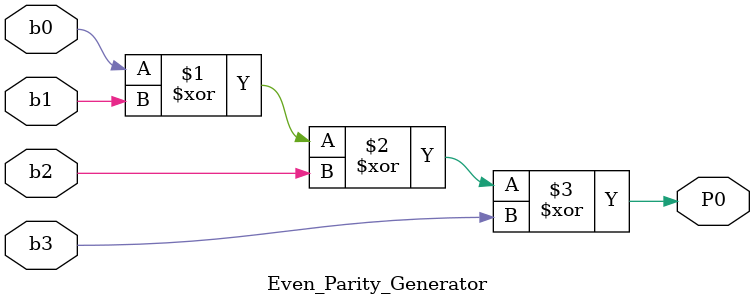
<source format=v>
`timescale 1ns / 1ps

module Even_Parity_Generator(
    input b0,
    input b1,
    input b2,
    input b3,
    output P0
    );
    
    assign P0 = b0 ^ b1 ^ b2 ^ b3;
endmodule
</source>
